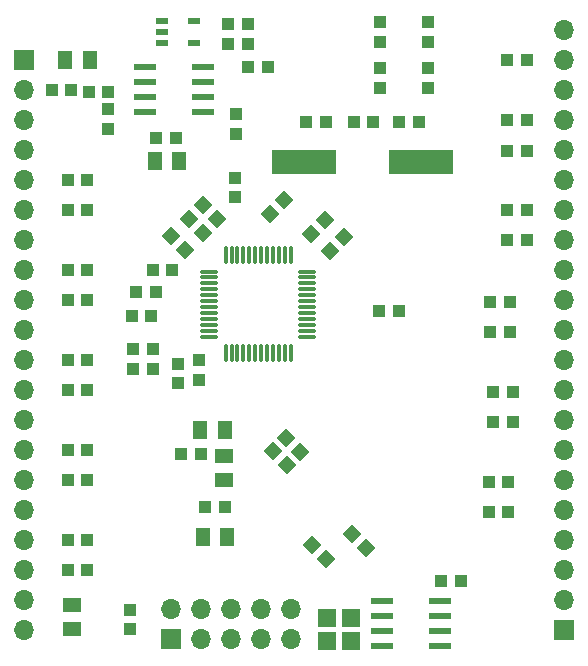
<source format=gbr>
%TF.GenerationSoftware,KiCad,Pcbnew,7.0.8*%
%TF.CreationDate,2024-01-04T13:39:42+01:00*%
%TF.ProjectId,OSSI_CM2,4f535349-5f43-44d3-922e-6b696361645f,rev?*%
%TF.SameCoordinates,Original*%
%TF.FileFunction,Soldermask,Top*%
%TF.FilePolarity,Negative*%
%FSLAX46Y46*%
G04 Gerber Fmt 4.6, Leading zero omitted, Abs format (unit mm)*
G04 Created by KiCad (PCBNEW 7.0.8) date 2024-01-04 13:39:42*
%MOMM*%
%LPD*%
G01*
G04 APERTURE LIST*
G04 Aperture macros list*
%AMRoundRect*
0 Rectangle with rounded corners*
0 $1 Rounding radius*
0 $2 $3 $4 $5 $6 $7 $8 $9 X,Y pos of 4 corners*
0 Add a 4 corners polygon primitive as box body*
4,1,4,$2,$3,$4,$5,$6,$7,$8,$9,$2,$3,0*
0 Add four circle primitives for the rounded corners*
1,1,$1+$1,$2,$3*
1,1,$1+$1,$4,$5*
1,1,$1+$1,$6,$7*
1,1,$1+$1,$8,$9*
0 Add four rect primitives between the rounded corners*
20,1,$1+$1,$2,$3,$4,$5,0*
20,1,$1+$1,$4,$5,$6,$7,0*
20,1,$1+$1,$6,$7,$8,$9,0*
20,1,$1+$1,$8,$9,$2,$3,0*%
%AMRotRect*
0 Rectangle, with rotation*
0 The origin of the aperture is its center*
0 $1 length*
0 $2 width*
0 $3 Rotation angle, in degrees counterclockwise*
0 Add horizontal line*
21,1,$1,$2,0,0,$3*%
G04 Aperture macros list end*
%ADD10RotRect,1.100000X1.100000X135.000000*%
%ADD11R,1.100000X1.100000*%
%ADD12R,1.050000X0.600000*%
%ADD13R,1.500000X1.500000*%
%ADD14RotRect,1.100000X1.100000X45.000000*%
%ADD15RotRect,1.100000X1.100000X315.000000*%
%ADD16R,1.500000X1.250000*%
%ADD17R,1.970000X0.600000*%
%ADD18R,1.250000X1.500000*%
%ADD19RoundRect,0.075000X-0.075000X0.662500X-0.075000X-0.662500X0.075000X-0.662500X0.075000X0.662500X0*%
%ADD20RoundRect,0.075000X-0.662500X0.075000X-0.662500X-0.075000X0.662500X-0.075000X0.662500X0.075000X0*%
%ADD21R,5.500000X2.000000*%
%ADD22RotRect,1.100000X1.100000X225.000000*%
%ADD23R,1.700000X1.700000*%
%ADD24O,1.700000X1.700000*%
G04 APERTURE END LIST*
D10*
%TO.C,R131*%
X144917697Y-119717697D03*
X143732303Y-118532303D03*
%TD*%
D11*
%TO.C,R140*%
X153550000Y-79804000D03*
X153550000Y-78127600D03*
%TD*%
%TO.C,H140*%
X153550000Y-75904000D03*
X153550000Y-74227600D03*
%TD*%
%TO.C,C102*%
X143286800Y-82650001D03*
X144963200Y-82650001D03*
%TD*%
%TO.C,R124*%
X124738200Y-120650000D03*
X123061800Y-120650000D03*
%TD*%
D12*
%TO.C,D101*%
X131038200Y-74104000D03*
X131038200Y-75054000D03*
X131038200Y-76004000D03*
X133738200Y-76004000D03*
X133738200Y-74104000D03*
%TD*%
D11*
%TO.C,R114*%
X160788200Y-105554000D03*
X159111800Y-105554000D03*
%TD*%
%TO.C,R132*%
X126526400Y-80104000D03*
X124850000Y-80104000D03*
%TD*%
D13*
%TO.C,RESET0*%
X147100000Y-126650000D03*
X147100000Y-124650000D03*
%TD*%
D11*
%TO.C,R115*%
X160488200Y-100454000D03*
X158811800Y-100454000D03*
%TD*%
%TO.C,R105*%
X123061800Y-102870000D03*
X124738200Y-102870000D03*
%TD*%
%TO.C,C115*%
X154673600Y-121529001D03*
X156350000Y-121529001D03*
%TD*%
%TO.C,R123*%
X124738200Y-118110000D03*
X123061800Y-118110000D03*
%TD*%
D14*
%TO.C,R116*%
X140207303Y-90442697D03*
X141392697Y-89257303D03*
%TD*%
D15*
%TO.C,R121*%
X140482303Y-110557303D03*
X141667697Y-111742697D03*
%TD*%
D11*
%TO.C,C106*%
X128900000Y-97100000D03*
X130576400Y-97100000D03*
%TD*%
D16*
%TO.C,L101*%
X136336800Y-110979000D03*
X136336800Y-113029000D03*
%TD*%
D11*
%TO.C,R127*%
X158711800Y-113154000D03*
X160388200Y-113154000D03*
%TD*%
%TO.C,R102*%
X123061800Y-95250000D03*
X124738200Y-95250000D03*
%TD*%
%TO.C,R104*%
X123061800Y-97790000D03*
X124738200Y-97790000D03*
%TD*%
%TO.C,R109*%
X123061800Y-90170000D03*
X124738200Y-90170000D03*
%TD*%
D15*
%TO.C,C112*%
X133314606Y-90914606D03*
X134500000Y-92100000D03*
%TD*%
D11*
%TO.C,R118*%
X160311800Y-92700000D03*
X161988200Y-92700000D03*
%TD*%
%TO.C,R106*%
X123061800Y-105410000D03*
X124738200Y-105410000D03*
%TD*%
%TO.C,C116*%
X137225000Y-87386800D03*
X137225000Y-89063200D03*
%TD*%
%TO.C,C120*%
X134736800Y-115297400D03*
X136413200Y-115297400D03*
%TD*%
D17*
%TO.C,U104*%
X129613200Y-77999000D03*
X129613200Y-79269000D03*
X129613200Y-80539000D03*
X129613200Y-81809000D03*
X134563200Y-81809000D03*
X134563200Y-80539000D03*
X134563200Y-79269000D03*
X134563200Y-77999000D03*
%TD*%
D11*
%TO.C,R119*%
X160311800Y-90175000D03*
X161988200Y-90175000D03*
%TD*%
D18*
%TO.C,C124*%
X124925000Y-77404000D03*
X122875000Y-77404000D03*
%TD*%
D15*
%TO.C,R122*%
X141582303Y-109432303D03*
X142767697Y-110617697D03*
%TD*%
D11*
%TO.C,R134*%
X132226400Y-84004000D03*
X130550000Y-84004000D03*
%TD*%
%TO.C,C105*%
X130261800Y-95200000D03*
X131938200Y-95200000D03*
%TD*%
D13*
%TO.C,BOOT0*%
X145025000Y-124650000D03*
X145025000Y-126650000D03*
%TD*%
D11*
%TO.C,R133*%
X126526400Y-81615800D03*
X126526400Y-83292200D03*
%TD*%
%TO.C,R120*%
X160311800Y-85100000D03*
X161988200Y-85100000D03*
%TD*%
D17*
%TO.C,U103*%
X149675001Y-123224000D03*
X149675001Y-124494000D03*
X149675001Y-125764000D03*
X149675001Y-127034000D03*
X154625001Y-127034000D03*
X154625001Y-125764000D03*
X154625001Y-124494000D03*
X154625001Y-123224000D03*
%TD*%
D11*
%TO.C,R129*%
X138338200Y-76054000D03*
X136661800Y-76054000D03*
%TD*%
%TO.C,R107*%
X123061800Y-110490000D03*
X124738200Y-110490000D03*
%TD*%
%TO.C,H141*%
X149550000Y-75904000D03*
X149550000Y-74227600D03*
%TD*%
%TO.C,R135*%
X123388200Y-80010000D03*
X121711800Y-80010000D03*
%TD*%
%TO.C,C109*%
X128600000Y-103592200D03*
X128600000Y-101915800D03*
%TD*%
%TO.C,R110*%
X148963200Y-82650000D03*
X147286800Y-82650000D03*
%TD*%
%TO.C,R113*%
X160775000Y-108100000D03*
X159098600Y-108100000D03*
%TD*%
%TO.C,R111*%
X132450000Y-104813200D03*
X132450000Y-103136800D03*
%TD*%
D16*
%TO.C,C114*%
X123400000Y-123579000D03*
X123400000Y-125629000D03*
%TD*%
D11*
%TO.C,C113*%
X134225000Y-104488200D03*
X134225000Y-102811800D03*
%TD*%
%TO.C,R108*%
X123061800Y-113030000D03*
X124738200Y-113030000D03*
%TD*%
%TO.C,R126*%
X160286800Y-77475000D03*
X161963200Y-77475000D03*
%TD*%
D15*
%TO.C,C103*%
X131814606Y-92314606D03*
X133000000Y-93500000D03*
%TD*%
D19*
%TO.C,U101*%
X141950000Y-93937500D03*
X141450000Y-93937500D03*
X140950000Y-93937500D03*
X140450000Y-93937500D03*
X139950000Y-93937500D03*
X139450000Y-93937500D03*
X138950000Y-93937500D03*
X138450000Y-93937500D03*
X137950000Y-93937500D03*
X137450000Y-93937500D03*
X136950000Y-93937500D03*
X136450000Y-93937500D03*
D20*
X135037500Y-95350000D03*
X135037500Y-95850000D03*
X135037500Y-96350000D03*
X135037500Y-96850000D03*
X135037500Y-97350000D03*
X135037500Y-97850000D03*
X135037500Y-98350000D03*
X135037500Y-98850000D03*
X135037500Y-99350000D03*
X135037500Y-99850000D03*
X135037500Y-100350000D03*
X135037500Y-100850000D03*
D19*
X136450000Y-102262500D03*
X136950000Y-102262500D03*
X137450000Y-102262500D03*
X137950000Y-102262500D03*
X138450000Y-102262500D03*
X138950000Y-102262500D03*
X139450000Y-102262500D03*
X139950000Y-102262500D03*
X140450000Y-102262500D03*
X140950000Y-102262500D03*
X141450000Y-102262500D03*
X141950000Y-102262500D03*
D20*
X143362500Y-100850000D03*
X143362500Y-100350000D03*
X143362500Y-99850000D03*
X143362500Y-99350000D03*
X143362500Y-98850000D03*
X143362500Y-98350000D03*
X143362500Y-97850000D03*
X143362500Y-97350000D03*
X143362500Y-96850000D03*
X143362500Y-96350000D03*
X143362500Y-95850000D03*
X143362500Y-95350000D03*
%TD*%
D21*
%TO.C,Y101*%
X152975000Y-86075000D03*
X143075000Y-86075000D03*
%TD*%
D11*
%TO.C,R141*%
X149550000Y-79804000D03*
X149550000Y-78127600D03*
%TD*%
D22*
%TO.C,C108*%
X144864800Y-90982303D03*
X143679406Y-92167697D03*
%TD*%
D11*
%TO.C,R128*%
X158711800Y-115704000D03*
X160388200Y-115704000D03*
%TD*%
%TO.C,C110*%
X130325000Y-103588200D03*
X130325000Y-101911800D03*
%TD*%
D23*
%TO.C,X101*%
X131850000Y-126454000D03*
D24*
X131850000Y-123914000D03*
X134390000Y-126454000D03*
X134390000Y-123914000D03*
X136930000Y-126454000D03*
X136930000Y-123914000D03*
X139470000Y-126454000D03*
X139470000Y-123914000D03*
X142010000Y-126454000D03*
X142010000Y-123914000D03*
%TD*%
D15*
%TO.C,C104*%
X134514606Y-89714606D03*
X135700000Y-90900000D03*
%TD*%
D11*
%TO.C,R125*%
X160311800Y-82550000D03*
X161988200Y-82550000D03*
%TD*%
D15*
%TO.C,R136*%
X147132303Y-117582303D03*
X148317697Y-118767697D03*
%TD*%
D11*
%TO.C,R130*%
X136661800Y-74354000D03*
X138338200Y-74354000D03*
%TD*%
%TO.C,C107*%
X128486800Y-99125000D03*
X130163200Y-99125000D03*
%TD*%
D18*
%TO.C,C123*%
X132475000Y-86004000D03*
X130425000Y-86004000D03*
%TD*%
D11*
%TO.C,C117*%
X132661800Y-110800000D03*
X134338200Y-110800000D03*
%TD*%
%TO.C,C119*%
X137350000Y-83692200D03*
X137350000Y-82015800D03*
%TD*%
D18*
%TO.C,C118*%
X134311800Y-108804000D03*
X136361800Y-108804000D03*
%TD*%
D11*
%TO.C,R103*%
X123061800Y-87630000D03*
X124738200Y-87630000D03*
%TD*%
%TO.C,R112*%
X149411800Y-98704000D03*
X151088200Y-98704000D03*
%TD*%
%TO.C,C101*%
X152801399Y-82650000D03*
X151124999Y-82650000D03*
%TD*%
D22*
%TO.C,C111*%
X146442697Y-92432303D03*
X145257303Y-93617697D03*
%TD*%
D11*
%TO.C,R101*%
X128370000Y-125652200D03*
X128370000Y-123975800D03*
%TD*%
%TO.C,R117*%
X158811800Y-97904000D03*
X160488200Y-97904000D03*
%TD*%
%TO.C,C122*%
X140026400Y-78004000D03*
X138350000Y-78004000D03*
%TD*%
D18*
%TO.C,C121*%
X134550000Y-117797400D03*
X136600000Y-117797400D03*
%TD*%
D23*
%TO.C,X201*%
X119380000Y-77470000D03*
D24*
X119380000Y-80010000D03*
X119380000Y-82550000D03*
X119380000Y-85090000D03*
X119380000Y-87630000D03*
X119380000Y-90170000D03*
X119380000Y-92710000D03*
X119380000Y-95250000D03*
X119380000Y-97790000D03*
X119380000Y-100330000D03*
X119380000Y-102870000D03*
X119380000Y-105410000D03*
X119380000Y-107950000D03*
X119380000Y-110490000D03*
X119380000Y-113030000D03*
X119380000Y-115570000D03*
X119380000Y-118110000D03*
X119380000Y-120650000D03*
X119380000Y-123190000D03*
X119380000Y-125730000D03*
%TD*%
D23*
%TO.C,X202*%
X165100000Y-125730000D03*
D24*
X165100000Y-123190000D03*
X165100000Y-120650000D03*
X165100000Y-118110000D03*
X165100000Y-115570000D03*
X165100000Y-113030000D03*
X165100000Y-110490000D03*
X165100000Y-107950000D03*
X165100000Y-105410000D03*
X165100000Y-102870000D03*
X165100000Y-100330000D03*
X165100000Y-97790000D03*
X165100000Y-95250000D03*
X165100000Y-92710000D03*
X165100000Y-90170000D03*
X165100000Y-87630000D03*
X165100000Y-85090000D03*
X165100000Y-82550000D03*
X165100000Y-80010000D03*
X165100000Y-77470000D03*
X165100000Y-74930000D03*
%TD*%
M02*

</source>
